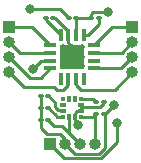
<source format=gtl>
%TF.GenerationSoftware,KiCad,Pcbnew,(6.0.9)*%
%TF.CreationDate,2023-01-19T16:03:38-06:00*%
%TF.ProjectId,LIS3MDL_DRV8833_Board,4c495333-4d44-44c5-9f44-525638383333,rev?*%
%TF.SameCoordinates,Original*%
%TF.FileFunction,Copper,L1,Top*%
%TF.FilePolarity,Positive*%
%FSLAX46Y46*%
G04 Gerber Fmt 4.6, Leading zero omitted, Abs format (unit mm)*
G04 Created by KiCad (PCBNEW (6.0.9)) date 2023-01-19 16:03:38*
%MOMM*%
%LPD*%
G01*
G04 APERTURE LIST*
G04 Aperture macros list*
%AMRoundRect*
0 Rectangle with rounded corners*
0 $1 Rounding radius*
0 $2 $3 $4 $5 $6 $7 $8 $9 X,Y pos of 4 corners*
0 Add a 4 corners polygon primitive as box body*
4,1,4,$2,$3,$4,$5,$6,$7,$8,$9,$2,$3,0*
0 Add four circle primitives for the rounded corners*
1,1,$1+$1,$2,$3*
1,1,$1+$1,$4,$5*
1,1,$1+$1,$6,$7*
1,1,$1+$1,$8,$9*
0 Add four rect primitives between the rounded corners*
20,1,$1+$1,$2,$3,$4,$5,0*
20,1,$1+$1,$4,$5,$6,$7,0*
20,1,$1+$1,$6,$7,$8,$9,0*
20,1,$1+$1,$8,$9,$2,$3,0*%
G04 Aperture macros list end*
%TA.AperFunction,SMDPad,CuDef*%
%ADD10RoundRect,0.100000X-0.130000X-0.100000X0.130000X-0.100000X0.130000X0.100000X-0.130000X0.100000X0*%
%TD*%
%TA.AperFunction,ComponentPad*%
%ADD11R,1.000000X1.000000*%
%TD*%
%TA.AperFunction,ComponentPad*%
%ADD12O,1.000000X1.000000*%
%TD*%
%TA.AperFunction,SMDPad,CuDef*%
%ADD13RoundRect,0.100000X0.130000X0.100000X-0.130000X0.100000X-0.130000X-0.100000X0.130000X-0.100000X0*%
%TD*%
%TA.AperFunction,SMDPad,CuDef*%
%ADD14RoundRect,0.087500X0.087500X-0.425000X0.087500X0.425000X-0.087500X0.425000X-0.087500X-0.425000X0*%
%TD*%
%TA.AperFunction,SMDPad,CuDef*%
%ADD15RoundRect,0.087500X0.425000X-0.087500X0.425000X0.087500X-0.425000X0.087500X-0.425000X-0.087500X0*%
%TD*%
%TA.AperFunction,SMDPad,CuDef*%
%ADD16R,2.100000X2.100000*%
%TD*%
%TA.AperFunction,ComponentPad*%
%ADD17C,0.500000*%
%TD*%
%TA.AperFunction,SMDPad,CuDef*%
%ADD18R,0.400000X0.400000*%
%TD*%
%TA.AperFunction,SMDPad,CuDef*%
%ADD19R,0.500000X0.300000*%
%TD*%
%TA.AperFunction,SMDPad,CuDef*%
%ADD20R,0.300000X0.500000*%
%TD*%
%TA.AperFunction,ViaPad*%
%ADD21C,0.800000*%
%TD*%
%TA.AperFunction,Conductor*%
%ADD22C,0.250000*%
%TD*%
G04 APERTURE END LIST*
D10*
%TO.P,C2,1*%
%TO.N,Net-(C2-Pad1)*%
X103932000Y-106934000D03*
%TO.P,C2,2*%
%TO.N,GND*%
X104572000Y-106934000D03*
%TD*%
D11*
%TO.P,J2,1,Pin_1*%
%TO.N,/AIN1*%
X100838000Y-107734000D03*
D12*
%TO.P,J2,2,Pin_2*%
%TO.N,/AIN2*%
X100838000Y-109004000D03*
%TO.P,J2,3,Pin_3*%
%TO.N,/AOUT1*%
X100838000Y-110274000D03*
%TO.P,J2,4,Pin_4*%
%TO.N,/AOUT2*%
X100838000Y-111544000D03*
%TD*%
D13*
%TO.P,R1,1*%
%TO.N,/Vin*%
X108842000Y-115062000D03*
%TO.P,R1,2*%
%TO.N,/SCL*%
X108202000Y-115062000D03*
%TD*%
D11*
%TO.P,J3,1,Pin_1*%
%TO.N,/BIN1*%
X111252000Y-107734000D03*
D12*
%TO.P,J3,2,Pin_2*%
%TO.N,/BIN2*%
X111252000Y-109004000D03*
%TO.P,J3,3,Pin_3*%
%TO.N,/BOUT1*%
X111252000Y-110274000D03*
%TO.P,J3,4,Pin_4*%
%TO.N,/BOUT2*%
X111252000Y-111544000D03*
%TD*%
D14*
%TO.P,U2,1,AISEN*%
%TO.N,unconnected-(U2-Pad1)*%
X105197000Y-112098500D03*
%TO.P,U2,2,AOUT2*%
%TO.N,/AOUT2*%
X105847000Y-112098500D03*
%TO.P,U2,3,BOUT2*%
%TO.N,/BOUT2*%
X106497000Y-112098500D03*
%TO.P,U2,4,BISEN*%
%TO.N,unconnected-(U2-Pad4)*%
X107147000Y-112098500D03*
D15*
%TO.P,U2,5,BOUT1*%
%TO.N,/BOUT1*%
X108034500Y-111211000D03*
%TO.P,U2,6,nFAULT*%
%TO.N,unconnected-(U2-Pad6)*%
X108034500Y-110561000D03*
%TO.P,U2,7,BIN1*%
%TO.N,/BIN2*%
X108034500Y-109911000D03*
%TO.P,U2,8,BIN2*%
%TO.N,/BIN1*%
X108034500Y-109261000D03*
D14*
%TO.P,U2,9,VCP*%
%TO.N,Net-(U2-Pad9)*%
X107147000Y-108373500D03*
%TO.P,U2,10,VM*%
%TO.N,/Vin*%
X106497000Y-108373500D03*
%TO.P,U2,11,GND*%
%TO.N,GND*%
X105847000Y-108373500D03*
%TO.P,U2,12,VINT*%
%TO.N,Net-(C2-Pad1)*%
X105197000Y-108373500D03*
D15*
%TO.P,U2,13,AIN2*%
%TO.N,/AIN1*%
X104309500Y-109261000D03*
%TO.P,U2,14,AIN1*%
%TO.N,/AIN2*%
X104309500Y-109911000D03*
%TO.P,U2,15,nSLEEP*%
%TO.N,Net-(R5-Pad2)*%
X104309500Y-110561000D03*
%TO.P,U2,16,AOUT1*%
%TO.N,/AOUT1*%
X104309500Y-111211000D03*
D16*
%TO.P,U2,17,GND(PPAD)*%
%TO.N,GND*%
X106172000Y-110236000D03*
D17*
X106972000Y-110236000D03*
X105372000Y-109436000D03*
X105372000Y-110236000D03*
X106172000Y-109436000D03*
X106972000Y-111036000D03*
X106172000Y-110236000D03*
X106172000Y-111036000D03*
X105372000Y-111036000D03*
X106972000Y-109436000D03*
%TD*%
D10*
%TO.P,C1,1*%
%TO.N,Net-(C1-Pad1)*%
X108202000Y-114046000D03*
%TO.P,C1,2*%
%TO.N,GND*%
X108842000Y-114046000D03*
%TD*%
%TO.P,R2,1*%
%TO.N,/Vin*%
X103502000Y-114554000D03*
%TO.P,R2,2*%
%TO.N,Net-(R2-Pad2)*%
X104142000Y-114554000D03*
%TD*%
%TO.P,R4,1*%
%TO.N,/Vin*%
X103502000Y-113538000D03*
%TO.P,R4,2*%
%TO.N,Net-(R4-Pad2)*%
X104142000Y-113538000D03*
%TD*%
D11*
%TO.P,J1,1,Pin_1*%
%TO.N,GND*%
X104272000Y-117602000D03*
D12*
%TO.P,J1,2,Pin_2*%
%TO.N,/Vin*%
X105542000Y-117602000D03*
%TO.P,J1,3,Pin_3*%
%TO.N,/SDA*%
X106812000Y-117602000D03*
%TO.P,J1,4,Pin_4*%
%TO.N,/SCL*%
X108082000Y-117602000D03*
%TD*%
D10*
%TO.P,R3,1*%
%TO.N,/Vin*%
X103502000Y-115570000D03*
%TO.P,R3,2*%
%TO.N,/SDA*%
X104142000Y-115570000D03*
%TD*%
D13*
%TO.P,R5,1*%
%TO.N,/Vin*%
X106492000Y-106934000D03*
%TO.P,R5,2*%
%TO.N,Net-(R5-Pad2)*%
X105852000Y-106934000D03*
%TD*%
%TO.P,C3,1*%
%TO.N,Net-(U2-Pad9)*%
X108412000Y-106934000D03*
%TO.P,C3,2*%
%TO.N,/Vin*%
X107772000Y-106934000D03*
%TD*%
D18*
%TO.P,U1,1,SCL/SPC*%
%TO.N,/SCL*%
X106934500Y-115304000D03*
D19*
%TO.P,U1,2,RES*%
%TO.N,GND*%
X106934500Y-114804000D03*
%TO.P,U1,3,GND*%
X106934500Y-114304000D03*
D18*
%TO.P,U1,4,C1*%
%TO.N,Net-(C1-Pad1)*%
X106934500Y-113804000D03*
D20*
%TO.P,U1,5,VDD*%
%TO.N,unconnected-(U1-Pad5)*%
X106422000Y-113791500D03*
%TO.P,U1,6,VDD_IO*%
%TO.N,unconnected-(U1-Pad6)*%
X105922000Y-113791500D03*
D18*
%TO.P,U1,7,INT*%
%TO.N,unconnected-(U1-Pad7)*%
X105409500Y-113804000D03*
D19*
%TO.P,U1,8,DRDY*%
%TO.N,unconnected-(U1-Pad8)*%
X105409500Y-114304000D03*
%TO.P,U1,9,SDO/SA1*%
%TO.N,Net-(R4-Pad2)*%
X105409500Y-114804000D03*
D18*
%TO.P,U1,10,CS*%
%TO.N,Net-(R2-Pad2)*%
X105409500Y-115304000D03*
D20*
%TO.P,U1,11,SDA/SDI/SDO*%
%TO.N,/SDA*%
X105922000Y-115316500D03*
%TO.P,U1,12,RES*%
%TO.N,GND*%
X106422000Y-115316500D03*
%TD*%
D21*
%TO.N,GND*%
X109931200Y-115824000D03*
X106650636Y-115996411D03*
%TO.N,/Vin*%
X109728000Y-114300000D03*
X109220000Y-106426000D03*
%TO.N,Net-(R5-Pad2)*%
X102616000Y-106172000D03*
X102870000Y-111252000D03*
%TD*%
D22*
%TO.N,Net-(C1-Pad1)*%
X108202000Y-114046000D02*
X107948000Y-113792000D01*
X107948000Y-113792000D02*
X106897000Y-113792000D01*
%TO.N,GND*%
X106422000Y-114966500D02*
X106584500Y-114804000D01*
X105847000Y-108031400D02*
X104749600Y-106934000D01*
X105847000Y-108373500D02*
X105847000Y-108031400D01*
X106650636Y-115996411D02*
X106422000Y-115767775D01*
X104749600Y-106934000D02*
X104572000Y-106934000D01*
X106584500Y-114804000D02*
X106934500Y-114804000D01*
X108842000Y-114119200D02*
X108842000Y-114046000D01*
X108568701Y-118777000D02*
X109931200Y-117414501D01*
X106934500Y-114304000D02*
X107101500Y-114471000D01*
X104272000Y-117602000D02*
X105447000Y-118777000D01*
X106172000Y-109436000D02*
X105816400Y-109080400D01*
X105816400Y-108404100D02*
X105847000Y-108373500D01*
X106934500Y-114804000D02*
X106934500Y-114304000D01*
X107101500Y-114471000D02*
X108490200Y-114471000D01*
X105816400Y-109080400D02*
X105816400Y-108404100D01*
X105447000Y-118777000D02*
X108568701Y-118777000D01*
X106422000Y-115767775D02*
X106422000Y-115316500D01*
X106422000Y-115316500D02*
X106422000Y-114966500D01*
X109931200Y-117414501D02*
X109931200Y-115824000D01*
X108490200Y-114471000D02*
X108842000Y-114119200D01*
%TO.N,Net-(C2-Pad1)*%
X103932000Y-107125041D02*
X103932000Y-106934000D01*
X105197000Y-108373500D02*
X105180459Y-108373500D01*
X105180459Y-108373500D02*
X103932000Y-107125041D01*
%TO.N,Net-(U2-Pad9)*%
X107526500Y-108373500D02*
X107147000Y-108373500D01*
X108412000Y-106934000D02*
X108412000Y-107488000D01*
X108412000Y-107488000D02*
X107526500Y-108373500D01*
%TO.N,/Vin*%
X105542000Y-117602000D02*
X106367000Y-118427000D01*
X107967000Y-106409000D02*
X107772000Y-106604000D01*
X104009894Y-116777000D02*
X103502000Y-116269106D01*
X103502000Y-115570000D02*
X103502000Y-114554000D01*
X106497000Y-106939000D02*
X106492000Y-106934000D01*
X106367000Y-118427000D02*
X108423727Y-118427000D01*
X109220000Y-106426000D02*
X109203000Y-106409000D01*
X108907000Y-117943727D02*
X108907000Y-115127000D01*
X106492000Y-106934000D02*
X107772000Y-106934000D01*
X105097000Y-116777000D02*
X104009894Y-116777000D01*
X103502000Y-116269106D02*
X103502000Y-115570000D01*
X105542000Y-117602000D02*
X105542000Y-117222000D01*
X103502000Y-114554000D02*
X103502000Y-113538000D01*
X106497000Y-108373500D02*
X106497000Y-106939000D01*
X108842000Y-115062000D02*
X108966000Y-115062000D01*
X108907000Y-115127000D02*
X108842000Y-115062000D01*
X107772000Y-106604000D02*
X107772000Y-106934000D01*
X105542000Y-117222000D02*
X105097000Y-116777000D01*
X108966000Y-115062000D02*
X109728000Y-114300000D01*
X109203000Y-106409000D02*
X107967000Y-106409000D01*
X108423727Y-118427000D02*
X108907000Y-117943727D01*
%TO.N,/SDA*%
X105934500Y-116724500D02*
X105934500Y-115329000D01*
X106812000Y-117602000D02*
X105934500Y-116724500D01*
X104142000Y-115570000D02*
X104650000Y-116078000D01*
X104650000Y-116078000D02*
X105288000Y-116078000D01*
X105288000Y-116078000D02*
X105934500Y-116724500D01*
%TO.N,/SCL*%
X107960000Y-115304000D02*
X108202000Y-115062000D01*
X106934500Y-115304000D02*
X107960000Y-115304000D01*
X108082000Y-117602000D02*
X108082000Y-115182000D01*
X108082000Y-115182000D02*
X108202000Y-115062000D01*
%TO.N,/AIN1*%
X104309500Y-109261000D02*
X102782500Y-107734000D01*
X102782500Y-107734000D02*
X100838000Y-107734000D01*
%TO.N,/AIN2*%
X100838000Y-109004000D02*
X101745000Y-109911000D01*
X101745000Y-109911000D02*
X104309500Y-109911000D01*
%TO.N,/AOUT1*%
X100838000Y-110274000D02*
X102578000Y-112014000D01*
X103506500Y-112014000D02*
X104309500Y-111211000D01*
X102578000Y-112014000D02*
X103506500Y-112014000D01*
%TO.N,/AOUT2*%
X104648000Y-112776000D02*
X104902000Y-113030000D01*
X105847000Y-112593000D02*
X105847000Y-112098500D01*
X100838000Y-111544000D02*
X102070000Y-112776000D01*
X104902000Y-113030000D02*
X105410000Y-113030000D01*
X105410000Y-113030000D02*
X105847000Y-112593000D01*
X102070000Y-112776000D02*
X104648000Y-112776000D01*
%TO.N,/BIN1*%
X109561500Y-107734000D02*
X111252000Y-107734000D01*
X108034500Y-109261000D02*
X109561500Y-107734000D01*
%TO.N,/BIN2*%
X108034500Y-109911000D02*
X110345000Y-109911000D01*
X110345000Y-109911000D02*
X111252000Y-109004000D01*
%TO.N,/BOUT1*%
X110315000Y-111211000D02*
X111252000Y-110274000D01*
X108034500Y-111211000D02*
X110315000Y-111211000D01*
%TO.N,/BOUT2*%
X109766000Y-113030000D02*
X106934000Y-113030000D01*
X106497000Y-112593000D02*
X106497000Y-112098500D01*
X106934000Y-113030000D02*
X106497000Y-112593000D01*
X111252000Y-111544000D02*
X109766000Y-113030000D01*
%TO.N,Net-(R2-Pad2)*%
X104697000Y-115111000D02*
X104902000Y-115316000D01*
X104142000Y-114554000D02*
X104697000Y-115109000D01*
X104902000Y-115316000D02*
X104914000Y-115304000D01*
X104697000Y-115109000D02*
X104697000Y-115111000D01*
X104914000Y-115304000D02*
X105409500Y-115304000D01*
%TO.N,Net-(R4-Pad2)*%
X104697000Y-114093000D02*
X104697000Y-114472604D01*
X105003396Y-114779000D02*
X105409500Y-114779000D01*
X104697000Y-114472604D02*
X105003396Y-114779000D01*
X104142000Y-113538000D02*
X104697000Y-114093000D01*
%TO.N,Net-(R5-Pad2)*%
X103561000Y-110561000D02*
X104309500Y-110561000D01*
X105852000Y-106934000D02*
X105090000Y-106172000D01*
X105090000Y-106172000D02*
X102616000Y-106172000D01*
X102870000Y-111252000D02*
X103561000Y-110561000D01*
%TD*%
M02*

</source>
